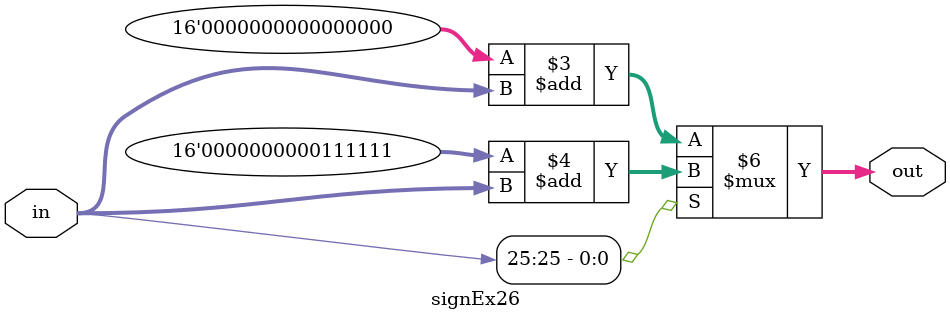
<source format=v>
/***************************************************
 * Modulo: signEx26
 * Projeto: mips32
 * Descrição: Extende o sinal de um numero de 26 para
 * 32 bits.
 ***************************************************/
 module signEx26(in, out);
		input[25:0] in;
		output[31:0] out;
		reg[31:0] out;
		
		always @(in)
		begin
			if(in[25] == 1'b0) begin
				out <= 16'b000000 + in;
			end
			else begin
				out <= 16'b111111 + in; 
			end
			
		end
endmodule
</source>
